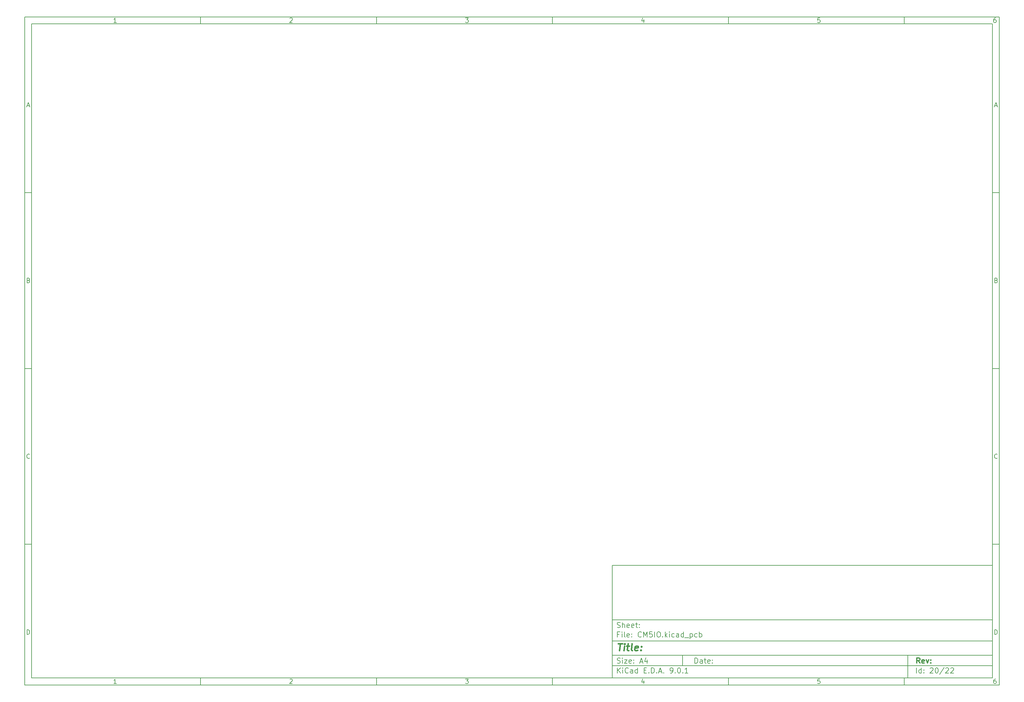
<source format=gbr>
G04 #@! TF.GenerationSoftware,KiCad,Pcbnew,9.0.1*
G04 #@! TF.CreationDate,2025-04-26T19:09:58-05:00*
G04 #@! TF.ProjectId,CM5IO,434d3549-4f2e-46b6-9963-61645f706362,rev?*
G04 #@! TF.SameCoordinates,Original*
G04 #@! TF.FileFunction,Other,User*
%FSLAX46Y46*%
G04 Gerber Fmt 4.6, Leading zero omitted, Abs format (unit mm)*
G04 Created by KiCad (PCBNEW 9.0.1) date 2025-04-26 19:09:58*
%MOMM*%
%LPD*%
G01*
G04 APERTURE LIST*
%ADD10C,0.100000*%
%ADD11C,0.150000*%
%ADD12C,0.300000*%
%ADD13C,0.400000*%
G04 APERTURE END LIST*
D10*
D11*
X177002200Y-166007200D02*
X285002200Y-166007200D01*
X285002200Y-198007200D01*
X177002200Y-198007200D01*
X177002200Y-166007200D01*
D10*
D11*
X10000000Y-10000000D02*
X287002200Y-10000000D01*
X287002200Y-200007200D01*
X10000000Y-200007200D01*
X10000000Y-10000000D01*
D10*
D11*
X12000000Y-12000000D02*
X285002200Y-12000000D01*
X285002200Y-198007200D01*
X12000000Y-198007200D01*
X12000000Y-12000000D01*
D10*
D11*
X60000000Y-12000000D02*
X60000000Y-10000000D01*
D10*
D11*
X110000000Y-12000000D02*
X110000000Y-10000000D01*
D10*
D11*
X160000000Y-12000000D02*
X160000000Y-10000000D01*
D10*
D11*
X210000000Y-12000000D02*
X210000000Y-10000000D01*
D10*
D11*
X260000000Y-12000000D02*
X260000000Y-10000000D01*
D10*
D11*
X36089160Y-11593604D02*
X35346303Y-11593604D01*
X35717731Y-11593604D02*
X35717731Y-10293604D01*
X35717731Y-10293604D02*
X35593922Y-10479319D01*
X35593922Y-10479319D02*
X35470112Y-10603128D01*
X35470112Y-10603128D02*
X35346303Y-10665033D01*
D10*
D11*
X85346303Y-10417414D02*
X85408207Y-10355509D01*
X85408207Y-10355509D02*
X85532017Y-10293604D01*
X85532017Y-10293604D02*
X85841541Y-10293604D01*
X85841541Y-10293604D02*
X85965350Y-10355509D01*
X85965350Y-10355509D02*
X86027255Y-10417414D01*
X86027255Y-10417414D02*
X86089160Y-10541223D01*
X86089160Y-10541223D02*
X86089160Y-10665033D01*
X86089160Y-10665033D02*
X86027255Y-10850747D01*
X86027255Y-10850747D02*
X85284398Y-11593604D01*
X85284398Y-11593604D02*
X86089160Y-11593604D01*
D10*
D11*
X135284398Y-10293604D02*
X136089160Y-10293604D01*
X136089160Y-10293604D02*
X135655826Y-10788842D01*
X135655826Y-10788842D02*
X135841541Y-10788842D01*
X135841541Y-10788842D02*
X135965350Y-10850747D01*
X135965350Y-10850747D02*
X136027255Y-10912652D01*
X136027255Y-10912652D02*
X136089160Y-11036461D01*
X136089160Y-11036461D02*
X136089160Y-11345985D01*
X136089160Y-11345985D02*
X136027255Y-11469795D01*
X136027255Y-11469795D02*
X135965350Y-11531700D01*
X135965350Y-11531700D02*
X135841541Y-11593604D01*
X135841541Y-11593604D02*
X135470112Y-11593604D01*
X135470112Y-11593604D02*
X135346303Y-11531700D01*
X135346303Y-11531700D02*
X135284398Y-11469795D01*
D10*
D11*
X185965350Y-10726938D02*
X185965350Y-11593604D01*
X185655826Y-10231700D02*
X185346303Y-11160271D01*
X185346303Y-11160271D02*
X186151064Y-11160271D01*
D10*
D11*
X236027255Y-10293604D02*
X235408207Y-10293604D01*
X235408207Y-10293604D02*
X235346303Y-10912652D01*
X235346303Y-10912652D02*
X235408207Y-10850747D01*
X235408207Y-10850747D02*
X235532017Y-10788842D01*
X235532017Y-10788842D02*
X235841541Y-10788842D01*
X235841541Y-10788842D02*
X235965350Y-10850747D01*
X235965350Y-10850747D02*
X236027255Y-10912652D01*
X236027255Y-10912652D02*
X236089160Y-11036461D01*
X236089160Y-11036461D02*
X236089160Y-11345985D01*
X236089160Y-11345985D02*
X236027255Y-11469795D01*
X236027255Y-11469795D02*
X235965350Y-11531700D01*
X235965350Y-11531700D02*
X235841541Y-11593604D01*
X235841541Y-11593604D02*
X235532017Y-11593604D01*
X235532017Y-11593604D02*
X235408207Y-11531700D01*
X235408207Y-11531700D02*
X235346303Y-11469795D01*
D10*
D11*
X285965350Y-10293604D02*
X285717731Y-10293604D01*
X285717731Y-10293604D02*
X285593922Y-10355509D01*
X285593922Y-10355509D02*
X285532017Y-10417414D01*
X285532017Y-10417414D02*
X285408207Y-10603128D01*
X285408207Y-10603128D02*
X285346303Y-10850747D01*
X285346303Y-10850747D02*
X285346303Y-11345985D01*
X285346303Y-11345985D02*
X285408207Y-11469795D01*
X285408207Y-11469795D02*
X285470112Y-11531700D01*
X285470112Y-11531700D02*
X285593922Y-11593604D01*
X285593922Y-11593604D02*
X285841541Y-11593604D01*
X285841541Y-11593604D02*
X285965350Y-11531700D01*
X285965350Y-11531700D02*
X286027255Y-11469795D01*
X286027255Y-11469795D02*
X286089160Y-11345985D01*
X286089160Y-11345985D02*
X286089160Y-11036461D01*
X286089160Y-11036461D02*
X286027255Y-10912652D01*
X286027255Y-10912652D02*
X285965350Y-10850747D01*
X285965350Y-10850747D02*
X285841541Y-10788842D01*
X285841541Y-10788842D02*
X285593922Y-10788842D01*
X285593922Y-10788842D02*
X285470112Y-10850747D01*
X285470112Y-10850747D02*
X285408207Y-10912652D01*
X285408207Y-10912652D02*
X285346303Y-11036461D01*
D10*
D11*
X60000000Y-198007200D02*
X60000000Y-200007200D01*
D10*
D11*
X110000000Y-198007200D02*
X110000000Y-200007200D01*
D10*
D11*
X160000000Y-198007200D02*
X160000000Y-200007200D01*
D10*
D11*
X210000000Y-198007200D02*
X210000000Y-200007200D01*
D10*
D11*
X260000000Y-198007200D02*
X260000000Y-200007200D01*
D10*
D11*
X36089160Y-199600804D02*
X35346303Y-199600804D01*
X35717731Y-199600804D02*
X35717731Y-198300804D01*
X35717731Y-198300804D02*
X35593922Y-198486519D01*
X35593922Y-198486519D02*
X35470112Y-198610328D01*
X35470112Y-198610328D02*
X35346303Y-198672233D01*
D10*
D11*
X85346303Y-198424614D02*
X85408207Y-198362709D01*
X85408207Y-198362709D02*
X85532017Y-198300804D01*
X85532017Y-198300804D02*
X85841541Y-198300804D01*
X85841541Y-198300804D02*
X85965350Y-198362709D01*
X85965350Y-198362709D02*
X86027255Y-198424614D01*
X86027255Y-198424614D02*
X86089160Y-198548423D01*
X86089160Y-198548423D02*
X86089160Y-198672233D01*
X86089160Y-198672233D02*
X86027255Y-198857947D01*
X86027255Y-198857947D02*
X85284398Y-199600804D01*
X85284398Y-199600804D02*
X86089160Y-199600804D01*
D10*
D11*
X135284398Y-198300804D02*
X136089160Y-198300804D01*
X136089160Y-198300804D02*
X135655826Y-198796042D01*
X135655826Y-198796042D02*
X135841541Y-198796042D01*
X135841541Y-198796042D02*
X135965350Y-198857947D01*
X135965350Y-198857947D02*
X136027255Y-198919852D01*
X136027255Y-198919852D02*
X136089160Y-199043661D01*
X136089160Y-199043661D02*
X136089160Y-199353185D01*
X136089160Y-199353185D02*
X136027255Y-199476995D01*
X136027255Y-199476995D02*
X135965350Y-199538900D01*
X135965350Y-199538900D02*
X135841541Y-199600804D01*
X135841541Y-199600804D02*
X135470112Y-199600804D01*
X135470112Y-199600804D02*
X135346303Y-199538900D01*
X135346303Y-199538900D02*
X135284398Y-199476995D01*
D10*
D11*
X185965350Y-198734138D02*
X185965350Y-199600804D01*
X185655826Y-198238900D02*
X185346303Y-199167471D01*
X185346303Y-199167471D02*
X186151064Y-199167471D01*
D10*
D11*
X236027255Y-198300804D02*
X235408207Y-198300804D01*
X235408207Y-198300804D02*
X235346303Y-198919852D01*
X235346303Y-198919852D02*
X235408207Y-198857947D01*
X235408207Y-198857947D02*
X235532017Y-198796042D01*
X235532017Y-198796042D02*
X235841541Y-198796042D01*
X235841541Y-198796042D02*
X235965350Y-198857947D01*
X235965350Y-198857947D02*
X236027255Y-198919852D01*
X236027255Y-198919852D02*
X236089160Y-199043661D01*
X236089160Y-199043661D02*
X236089160Y-199353185D01*
X236089160Y-199353185D02*
X236027255Y-199476995D01*
X236027255Y-199476995D02*
X235965350Y-199538900D01*
X235965350Y-199538900D02*
X235841541Y-199600804D01*
X235841541Y-199600804D02*
X235532017Y-199600804D01*
X235532017Y-199600804D02*
X235408207Y-199538900D01*
X235408207Y-199538900D02*
X235346303Y-199476995D01*
D10*
D11*
X285965350Y-198300804D02*
X285717731Y-198300804D01*
X285717731Y-198300804D02*
X285593922Y-198362709D01*
X285593922Y-198362709D02*
X285532017Y-198424614D01*
X285532017Y-198424614D02*
X285408207Y-198610328D01*
X285408207Y-198610328D02*
X285346303Y-198857947D01*
X285346303Y-198857947D02*
X285346303Y-199353185D01*
X285346303Y-199353185D02*
X285408207Y-199476995D01*
X285408207Y-199476995D02*
X285470112Y-199538900D01*
X285470112Y-199538900D02*
X285593922Y-199600804D01*
X285593922Y-199600804D02*
X285841541Y-199600804D01*
X285841541Y-199600804D02*
X285965350Y-199538900D01*
X285965350Y-199538900D02*
X286027255Y-199476995D01*
X286027255Y-199476995D02*
X286089160Y-199353185D01*
X286089160Y-199353185D02*
X286089160Y-199043661D01*
X286089160Y-199043661D02*
X286027255Y-198919852D01*
X286027255Y-198919852D02*
X285965350Y-198857947D01*
X285965350Y-198857947D02*
X285841541Y-198796042D01*
X285841541Y-198796042D02*
X285593922Y-198796042D01*
X285593922Y-198796042D02*
X285470112Y-198857947D01*
X285470112Y-198857947D02*
X285408207Y-198919852D01*
X285408207Y-198919852D02*
X285346303Y-199043661D01*
D10*
D11*
X10000000Y-60000000D02*
X12000000Y-60000000D01*
D10*
D11*
X10000000Y-110000000D02*
X12000000Y-110000000D01*
D10*
D11*
X10000000Y-160000000D02*
X12000000Y-160000000D01*
D10*
D11*
X10690476Y-35222176D02*
X11309523Y-35222176D01*
X10566666Y-35593604D02*
X10999999Y-34293604D01*
X10999999Y-34293604D02*
X11433333Y-35593604D01*
D10*
D11*
X11092857Y-84912652D02*
X11278571Y-84974557D01*
X11278571Y-84974557D02*
X11340476Y-85036461D01*
X11340476Y-85036461D02*
X11402380Y-85160271D01*
X11402380Y-85160271D02*
X11402380Y-85345985D01*
X11402380Y-85345985D02*
X11340476Y-85469795D01*
X11340476Y-85469795D02*
X11278571Y-85531700D01*
X11278571Y-85531700D02*
X11154761Y-85593604D01*
X11154761Y-85593604D02*
X10659523Y-85593604D01*
X10659523Y-85593604D02*
X10659523Y-84293604D01*
X10659523Y-84293604D02*
X11092857Y-84293604D01*
X11092857Y-84293604D02*
X11216666Y-84355509D01*
X11216666Y-84355509D02*
X11278571Y-84417414D01*
X11278571Y-84417414D02*
X11340476Y-84541223D01*
X11340476Y-84541223D02*
X11340476Y-84665033D01*
X11340476Y-84665033D02*
X11278571Y-84788842D01*
X11278571Y-84788842D02*
X11216666Y-84850747D01*
X11216666Y-84850747D02*
X11092857Y-84912652D01*
X11092857Y-84912652D02*
X10659523Y-84912652D01*
D10*
D11*
X11402380Y-135469795D02*
X11340476Y-135531700D01*
X11340476Y-135531700D02*
X11154761Y-135593604D01*
X11154761Y-135593604D02*
X11030952Y-135593604D01*
X11030952Y-135593604D02*
X10845238Y-135531700D01*
X10845238Y-135531700D02*
X10721428Y-135407890D01*
X10721428Y-135407890D02*
X10659523Y-135284080D01*
X10659523Y-135284080D02*
X10597619Y-135036461D01*
X10597619Y-135036461D02*
X10597619Y-134850747D01*
X10597619Y-134850747D02*
X10659523Y-134603128D01*
X10659523Y-134603128D02*
X10721428Y-134479319D01*
X10721428Y-134479319D02*
X10845238Y-134355509D01*
X10845238Y-134355509D02*
X11030952Y-134293604D01*
X11030952Y-134293604D02*
X11154761Y-134293604D01*
X11154761Y-134293604D02*
X11340476Y-134355509D01*
X11340476Y-134355509D02*
X11402380Y-134417414D01*
D10*
D11*
X10659523Y-185593604D02*
X10659523Y-184293604D01*
X10659523Y-184293604D02*
X10969047Y-184293604D01*
X10969047Y-184293604D02*
X11154761Y-184355509D01*
X11154761Y-184355509D02*
X11278571Y-184479319D01*
X11278571Y-184479319D02*
X11340476Y-184603128D01*
X11340476Y-184603128D02*
X11402380Y-184850747D01*
X11402380Y-184850747D02*
X11402380Y-185036461D01*
X11402380Y-185036461D02*
X11340476Y-185284080D01*
X11340476Y-185284080D02*
X11278571Y-185407890D01*
X11278571Y-185407890D02*
X11154761Y-185531700D01*
X11154761Y-185531700D02*
X10969047Y-185593604D01*
X10969047Y-185593604D02*
X10659523Y-185593604D01*
D10*
D11*
X287002200Y-60000000D02*
X285002200Y-60000000D01*
D10*
D11*
X287002200Y-110000000D02*
X285002200Y-110000000D01*
D10*
D11*
X287002200Y-160000000D02*
X285002200Y-160000000D01*
D10*
D11*
X285692676Y-35222176D02*
X286311723Y-35222176D01*
X285568866Y-35593604D02*
X286002199Y-34293604D01*
X286002199Y-34293604D02*
X286435533Y-35593604D01*
D10*
D11*
X286095057Y-84912652D02*
X286280771Y-84974557D01*
X286280771Y-84974557D02*
X286342676Y-85036461D01*
X286342676Y-85036461D02*
X286404580Y-85160271D01*
X286404580Y-85160271D02*
X286404580Y-85345985D01*
X286404580Y-85345985D02*
X286342676Y-85469795D01*
X286342676Y-85469795D02*
X286280771Y-85531700D01*
X286280771Y-85531700D02*
X286156961Y-85593604D01*
X286156961Y-85593604D02*
X285661723Y-85593604D01*
X285661723Y-85593604D02*
X285661723Y-84293604D01*
X285661723Y-84293604D02*
X286095057Y-84293604D01*
X286095057Y-84293604D02*
X286218866Y-84355509D01*
X286218866Y-84355509D02*
X286280771Y-84417414D01*
X286280771Y-84417414D02*
X286342676Y-84541223D01*
X286342676Y-84541223D02*
X286342676Y-84665033D01*
X286342676Y-84665033D02*
X286280771Y-84788842D01*
X286280771Y-84788842D02*
X286218866Y-84850747D01*
X286218866Y-84850747D02*
X286095057Y-84912652D01*
X286095057Y-84912652D02*
X285661723Y-84912652D01*
D10*
D11*
X286404580Y-135469795D02*
X286342676Y-135531700D01*
X286342676Y-135531700D02*
X286156961Y-135593604D01*
X286156961Y-135593604D02*
X286033152Y-135593604D01*
X286033152Y-135593604D02*
X285847438Y-135531700D01*
X285847438Y-135531700D02*
X285723628Y-135407890D01*
X285723628Y-135407890D02*
X285661723Y-135284080D01*
X285661723Y-135284080D02*
X285599819Y-135036461D01*
X285599819Y-135036461D02*
X285599819Y-134850747D01*
X285599819Y-134850747D02*
X285661723Y-134603128D01*
X285661723Y-134603128D02*
X285723628Y-134479319D01*
X285723628Y-134479319D02*
X285847438Y-134355509D01*
X285847438Y-134355509D02*
X286033152Y-134293604D01*
X286033152Y-134293604D02*
X286156961Y-134293604D01*
X286156961Y-134293604D02*
X286342676Y-134355509D01*
X286342676Y-134355509D02*
X286404580Y-134417414D01*
D10*
D11*
X285661723Y-185593604D02*
X285661723Y-184293604D01*
X285661723Y-184293604D02*
X285971247Y-184293604D01*
X285971247Y-184293604D02*
X286156961Y-184355509D01*
X286156961Y-184355509D02*
X286280771Y-184479319D01*
X286280771Y-184479319D02*
X286342676Y-184603128D01*
X286342676Y-184603128D02*
X286404580Y-184850747D01*
X286404580Y-184850747D02*
X286404580Y-185036461D01*
X286404580Y-185036461D02*
X286342676Y-185284080D01*
X286342676Y-185284080D02*
X286280771Y-185407890D01*
X286280771Y-185407890D02*
X286156961Y-185531700D01*
X286156961Y-185531700D02*
X285971247Y-185593604D01*
X285971247Y-185593604D02*
X285661723Y-185593604D01*
D10*
D11*
X200458026Y-193793328D02*
X200458026Y-192293328D01*
X200458026Y-192293328D02*
X200815169Y-192293328D01*
X200815169Y-192293328D02*
X201029455Y-192364757D01*
X201029455Y-192364757D02*
X201172312Y-192507614D01*
X201172312Y-192507614D02*
X201243741Y-192650471D01*
X201243741Y-192650471D02*
X201315169Y-192936185D01*
X201315169Y-192936185D02*
X201315169Y-193150471D01*
X201315169Y-193150471D02*
X201243741Y-193436185D01*
X201243741Y-193436185D02*
X201172312Y-193579042D01*
X201172312Y-193579042D02*
X201029455Y-193721900D01*
X201029455Y-193721900D02*
X200815169Y-193793328D01*
X200815169Y-193793328D02*
X200458026Y-193793328D01*
X202600884Y-193793328D02*
X202600884Y-193007614D01*
X202600884Y-193007614D02*
X202529455Y-192864757D01*
X202529455Y-192864757D02*
X202386598Y-192793328D01*
X202386598Y-192793328D02*
X202100884Y-192793328D01*
X202100884Y-192793328D02*
X201958026Y-192864757D01*
X202600884Y-193721900D02*
X202458026Y-193793328D01*
X202458026Y-193793328D02*
X202100884Y-193793328D01*
X202100884Y-193793328D02*
X201958026Y-193721900D01*
X201958026Y-193721900D02*
X201886598Y-193579042D01*
X201886598Y-193579042D02*
X201886598Y-193436185D01*
X201886598Y-193436185D02*
X201958026Y-193293328D01*
X201958026Y-193293328D02*
X202100884Y-193221900D01*
X202100884Y-193221900D02*
X202458026Y-193221900D01*
X202458026Y-193221900D02*
X202600884Y-193150471D01*
X203100884Y-192793328D02*
X203672312Y-192793328D01*
X203315169Y-192293328D02*
X203315169Y-193579042D01*
X203315169Y-193579042D02*
X203386598Y-193721900D01*
X203386598Y-193721900D02*
X203529455Y-193793328D01*
X203529455Y-193793328D02*
X203672312Y-193793328D01*
X204743741Y-193721900D02*
X204600884Y-193793328D01*
X204600884Y-193793328D02*
X204315170Y-193793328D01*
X204315170Y-193793328D02*
X204172312Y-193721900D01*
X204172312Y-193721900D02*
X204100884Y-193579042D01*
X204100884Y-193579042D02*
X204100884Y-193007614D01*
X204100884Y-193007614D02*
X204172312Y-192864757D01*
X204172312Y-192864757D02*
X204315170Y-192793328D01*
X204315170Y-192793328D02*
X204600884Y-192793328D01*
X204600884Y-192793328D02*
X204743741Y-192864757D01*
X204743741Y-192864757D02*
X204815170Y-193007614D01*
X204815170Y-193007614D02*
X204815170Y-193150471D01*
X204815170Y-193150471D02*
X204100884Y-193293328D01*
X205458026Y-193650471D02*
X205529455Y-193721900D01*
X205529455Y-193721900D02*
X205458026Y-193793328D01*
X205458026Y-193793328D02*
X205386598Y-193721900D01*
X205386598Y-193721900D02*
X205458026Y-193650471D01*
X205458026Y-193650471D02*
X205458026Y-193793328D01*
X205458026Y-192864757D02*
X205529455Y-192936185D01*
X205529455Y-192936185D02*
X205458026Y-193007614D01*
X205458026Y-193007614D02*
X205386598Y-192936185D01*
X205386598Y-192936185D02*
X205458026Y-192864757D01*
X205458026Y-192864757D02*
X205458026Y-193007614D01*
D10*
D11*
X177002200Y-194507200D02*
X285002200Y-194507200D01*
D10*
D11*
X178458026Y-196593328D02*
X178458026Y-195093328D01*
X179315169Y-196593328D02*
X178672312Y-195736185D01*
X179315169Y-195093328D02*
X178458026Y-195950471D01*
X179958026Y-196593328D02*
X179958026Y-195593328D01*
X179958026Y-195093328D02*
X179886598Y-195164757D01*
X179886598Y-195164757D02*
X179958026Y-195236185D01*
X179958026Y-195236185D02*
X180029455Y-195164757D01*
X180029455Y-195164757D02*
X179958026Y-195093328D01*
X179958026Y-195093328D02*
X179958026Y-195236185D01*
X181529455Y-196450471D02*
X181458027Y-196521900D01*
X181458027Y-196521900D02*
X181243741Y-196593328D01*
X181243741Y-196593328D02*
X181100884Y-196593328D01*
X181100884Y-196593328D02*
X180886598Y-196521900D01*
X180886598Y-196521900D02*
X180743741Y-196379042D01*
X180743741Y-196379042D02*
X180672312Y-196236185D01*
X180672312Y-196236185D02*
X180600884Y-195950471D01*
X180600884Y-195950471D02*
X180600884Y-195736185D01*
X180600884Y-195736185D02*
X180672312Y-195450471D01*
X180672312Y-195450471D02*
X180743741Y-195307614D01*
X180743741Y-195307614D02*
X180886598Y-195164757D01*
X180886598Y-195164757D02*
X181100884Y-195093328D01*
X181100884Y-195093328D02*
X181243741Y-195093328D01*
X181243741Y-195093328D02*
X181458027Y-195164757D01*
X181458027Y-195164757D02*
X181529455Y-195236185D01*
X182815170Y-196593328D02*
X182815170Y-195807614D01*
X182815170Y-195807614D02*
X182743741Y-195664757D01*
X182743741Y-195664757D02*
X182600884Y-195593328D01*
X182600884Y-195593328D02*
X182315170Y-195593328D01*
X182315170Y-195593328D02*
X182172312Y-195664757D01*
X182815170Y-196521900D02*
X182672312Y-196593328D01*
X182672312Y-196593328D02*
X182315170Y-196593328D01*
X182315170Y-196593328D02*
X182172312Y-196521900D01*
X182172312Y-196521900D02*
X182100884Y-196379042D01*
X182100884Y-196379042D02*
X182100884Y-196236185D01*
X182100884Y-196236185D02*
X182172312Y-196093328D01*
X182172312Y-196093328D02*
X182315170Y-196021900D01*
X182315170Y-196021900D02*
X182672312Y-196021900D01*
X182672312Y-196021900D02*
X182815170Y-195950471D01*
X184172313Y-196593328D02*
X184172313Y-195093328D01*
X184172313Y-196521900D02*
X184029455Y-196593328D01*
X184029455Y-196593328D02*
X183743741Y-196593328D01*
X183743741Y-196593328D02*
X183600884Y-196521900D01*
X183600884Y-196521900D02*
X183529455Y-196450471D01*
X183529455Y-196450471D02*
X183458027Y-196307614D01*
X183458027Y-196307614D02*
X183458027Y-195879042D01*
X183458027Y-195879042D02*
X183529455Y-195736185D01*
X183529455Y-195736185D02*
X183600884Y-195664757D01*
X183600884Y-195664757D02*
X183743741Y-195593328D01*
X183743741Y-195593328D02*
X184029455Y-195593328D01*
X184029455Y-195593328D02*
X184172313Y-195664757D01*
X186029455Y-195807614D02*
X186529455Y-195807614D01*
X186743741Y-196593328D02*
X186029455Y-196593328D01*
X186029455Y-196593328D02*
X186029455Y-195093328D01*
X186029455Y-195093328D02*
X186743741Y-195093328D01*
X187386598Y-196450471D02*
X187458027Y-196521900D01*
X187458027Y-196521900D02*
X187386598Y-196593328D01*
X187386598Y-196593328D02*
X187315170Y-196521900D01*
X187315170Y-196521900D02*
X187386598Y-196450471D01*
X187386598Y-196450471D02*
X187386598Y-196593328D01*
X188100884Y-196593328D02*
X188100884Y-195093328D01*
X188100884Y-195093328D02*
X188458027Y-195093328D01*
X188458027Y-195093328D02*
X188672313Y-195164757D01*
X188672313Y-195164757D02*
X188815170Y-195307614D01*
X188815170Y-195307614D02*
X188886599Y-195450471D01*
X188886599Y-195450471D02*
X188958027Y-195736185D01*
X188958027Y-195736185D02*
X188958027Y-195950471D01*
X188958027Y-195950471D02*
X188886599Y-196236185D01*
X188886599Y-196236185D02*
X188815170Y-196379042D01*
X188815170Y-196379042D02*
X188672313Y-196521900D01*
X188672313Y-196521900D02*
X188458027Y-196593328D01*
X188458027Y-196593328D02*
X188100884Y-196593328D01*
X189600884Y-196450471D02*
X189672313Y-196521900D01*
X189672313Y-196521900D02*
X189600884Y-196593328D01*
X189600884Y-196593328D02*
X189529456Y-196521900D01*
X189529456Y-196521900D02*
X189600884Y-196450471D01*
X189600884Y-196450471D02*
X189600884Y-196593328D01*
X190243742Y-196164757D02*
X190958028Y-196164757D01*
X190100885Y-196593328D02*
X190600885Y-195093328D01*
X190600885Y-195093328D02*
X191100885Y-196593328D01*
X191600884Y-196450471D02*
X191672313Y-196521900D01*
X191672313Y-196521900D02*
X191600884Y-196593328D01*
X191600884Y-196593328D02*
X191529456Y-196521900D01*
X191529456Y-196521900D02*
X191600884Y-196450471D01*
X191600884Y-196450471D02*
X191600884Y-196593328D01*
X193529456Y-196593328D02*
X193815170Y-196593328D01*
X193815170Y-196593328D02*
X193958027Y-196521900D01*
X193958027Y-196521900D02*
X194029456Y-196450471D01*
X194029456Y-196450471D02*
X194172313Y-196236185D01*
X194172313Y-196236185D02*
X194243742Y-195950471D01*
X194243742Y-195950471D02*
X194243742Y-195379042D01*
X194243742Y-195379042D02*
X194172313Y-195236185D01*
X194172313Y-195236185D02*
X194100885Y-195164757D01*
X194100885Y-195164757D02*
X193958027Y-195093328D01*
X193958027Y-195093328D02*
X193672313Y-195093328D01*
X193672313Y-195093328D02*
X193529456Y-195164757D01*
X193529456Y-195164757D02*
X193458027Y-195236185D01*
X193458027Y-195236185D02*
X193386599Y-195379042D01*
X193386599Y-195379042D02*
X193386599Y-195736185D01*
X193386599Y-195736185D02*
X193458027Y-195879042D01*
X193458027Y-195879042D02*
X193529456Y-195950471D01*
X193529456Y-195950471D02*
X193672313Y-196021900D01*
X193672313Y-196021900D02*
X193958027Y-196021900D01*
X193958027Y-196021900D02*
X194100885Y-195950471D01*
X194100885Y-195950471D02*
X194172313Y-195879042D01*
X194172313Y-195879042D02*
X194243742Y-195736185D01*
X194886598Y-196450471D02*
X194958027Y-196521900D01*
X194958027Y-196521900D02*
X194886598Y-196593328D01*
X194886598Y-196593328D02*
X194815170Y-196521900D01*
X194815170Y-196521900D02*
X194886598Y-196450471D01*
X194886598Y-196450471D02*
X194886598Y-196593328D01*
X195886599Y-195093328D02*
X196029456Y-195093328D01*
X196029456Y-195093328D02*
X196172313Y-195164757D01*
X196172313Y-195164757D02*
X196243742Y-195236185D01*
X196243742Y-195236185D02*
X196315170Y-195379042D01*
X196315170Y-195379042D02*
X196386599Y-195664757D01*
X196386599Y-195664757D02*
X196386599Y-196021900D01*
X196386599Y-196021900D02*
X196315170Y-196307614D01*
X196315170Y-196307614D02*
X196243742Y-196450471D01*
X196243742Y-196450471D02*
X196172313Y-196521900D01*
X196172313Y-196521900D02*
X196029456Y-196593328D01*
X196029456Y-196593328D02*
X195886599Y-196593328D01*
X195886599Y-196593328D02*
X195743742Y-196521900D01*
X195743742Y-196521900D02*
X195672313Y-196450471D01*
X195672313Y-196450471D02*
X195600884Y-196307614D01*
X195600884Y-196307614D02*
X195529456Y-196021900D01*
X195529456Y-196021900D02*
X195529456Y-195664757D01*
X195529456Y-195664757D02*
X195600884Y-195379042D01*
X195600884Y-195379042D02*
X195672313Y-195236185D01*
X195672313Y-195236185D02*
X195743742Y-195164757D01*
X195743742Y-195164757D02*
X195886599Y-195093328D01*
X197029455Y-196450471D02*
X197100884Y-196521900D01*
X197100884Y-196521900D02*
X197029455Y-196593328D01*
X197029455Y-196593328D02*
X196958027Y-196521900D01*
X196958027Y-196521900D02*
X197029455Y-196450471D01*
X197029455Y-196450471D02*
X197029455Y-196593328D01*
X198529456Y-196593328D02*
X197672313Y-196593328D01*
X198100884Y-196593328D02*
X198100884Y-195093328D01*
X198100884Y-195093328D02*
X197958027Y-195307614D01*
X197958027Y-195307614D02*
X197815170Y-195450471D01*
X197815170Y-195450471D02*
X197672313Y-195521900D01*
D10*
D11*
X177002200Y-191507200D02*
X285002200Y-191507200D01*
D10*
D12*
X264413853Y-193785528D02*
X263913853Y-193071242D01*
X263556710Y-193785528D02*
X263556710Y-192285528D01*
X263556710Y-192285528D02*
X264128139Y-192285528D01*
X264128139Y-192285528D02*
X264270996Y-192356957D01*
X264270996Y-192356957D02*
X264342425Y-192428385D01*
X264342425Y-192428385D02*
X264413853Y-192571242D01*
X264413853Y-192571242D02*
X264413853Y-192785528D01*
X264413853Y-192785528D02*
X264342425Y-192928385D01*
X264342425Y-192928385D02*
X264270996Y-192999814D01*
X264270996Y-192999814D02*
X264128139Y-193071242D01*
X264128139Y-193071242D02*
X263556710Y-193071242D01*
X265628139Y-193714100D02*
X265485282Y-193785528D01*
X265485282Y-193785528D02*
X265199568Y-193785528D01*
X265199568Y-193785528D02*
X265056710Y-193714100D01*
X265056710Y-193714100D02*
X264985282Y-193571242D01*
X264985282Y-193571242D02*
X264985282Y-192999814D01*
X264985282Y-192999814D02*
X265056710Y-192856957D01*
X265056710Y-192856957D02*
X265199568Y-192785528D01*
X265199568Y-192785528D02*
X265485282Y-192785528D01*
X265485282Y-192785528D02*
X265628139Y-192856957D01*
X265628139Y-192856957D02*
X265699568Y-192999814D01*
X265699568Y-192999814D02*
X265699568Y-193142671D01*
X265699568Y-193142671D02*
X264985282Y-193285528D01*
X266199567Y-192785528D02*
X266556710Y-193785528D01*
X266556710Y-193785528D02*
X266913853Y-192785528D01*
X267485281Y-193642671D02*
X267556710Y-193714100D01*
X267556710Y-193714100D02*
X267485281Y-193785528D01*
X267485281Y-193785528D02*
X267413853Y-193714100D01*
X267413853Y-193714100D02*
X267485281Y-193642671D01*
X267485281Y-193642671D02*
X267485281Y-193785528D01*
X267485281Y-192856957D02*
X267556710Y-192928385D01*
X267556710Y-192928385D02*
X267485281Y-192999814D01*
X267485281Y-192999814D02*
X267413853Y-192928385D01*
X267413853Y-192928385D02*
X267485281Y-192856957D01*
X267485281Y-192856957D02*
X267485281Y-192999814D01*
D10*
D11*
X178386598Y-193721900D02*
X178600884Y-193793328D01*
X178600884Y-193793328D02*
X178958026Y-193793328D01*
X178958026Y-193793328D02*
X179100884Y-193721900D01*
X179100884Y-193721900D02*
X179172312Y-193650471D01*
X179172312Y-193650471D02*
X179243741Y-193507614D01*
X179243741Y-193507614D02*
X179243741Y-193364757D01*
X179243741Y-193364757D02*
X179172312Y-193221900D01*
X179172312Y-193221900D02*
X179100884Y-193150471D01*
X179100884Y-193150471D02*
X178958026Y-193079042D01*
X178958026Y-193079042D02*
X178672312Y-193007614D01*
X178672312Y-193007614D02*
X178529455Y-192936185D01*
X178529455Y-192936185D02*
X178458026Y-192864757D01*
X178458026Y-192864757D02*
X178386598Y-192721900D01*
X178386598Y-192721900D02*
X178386598Y-192579042D01*
X178386598Y-192579042D02*
X178458026Y-192436185D01*
X178458026Y-192436185D02*
X178529455Y-192364757D01*
X178529455Y-192364757D02*
X178672312Y-192293328D01*
X178672312Y-192293328D02*
X179029455Y-192293328D01*
X179029455Y-192293328D02*
X179243741Y-192364757D01*
X179886597Y-193793328D02*
X179886597Y-192793328D01*
X179886597Y-192293328D02*
X179815169Y-192364757D01*
X179815169Y-192364757D02*
X179886597Y-192436185D01*
X179886597Y-192436185D02*
X179958026Y-192364757D01*
X179958026Y-192364757D02*
X179886597Y-192293328D01*
X179886597Y-192293328D02*
X179886597Y-192436185D01*
X180458026Y-192793328D02*
X181243741Y-192793328D01*
X181243741Y-192793328D02*
X180458026Y-193793328D01*
X180458026Y-193793328D02*
X181243741Y-193793328D01*
X182386598Y-193721900D02*
X182243741Y-193793328D01*
X182243741Y-193793328D02*
X181958027Y-193793328D01*
X181958027Y-193793328D02*
X181815169Y-193721900D01*
X181815169Y-193721900D02*
X181743741Y-193579042D01*
X181743741Y-193579042D02*
X181743741Y-193007614D01*
X181743741Y-193007614D02*
X181815169Y-192864757D01*
X181815169Y-192864757D02*
X181958027Y-192793328D01*
X181958027Y-192793328D02*
X182243741Y-192793328D01*
X182243741Y-192793328D02*
X182386598Y-192864757D01*
X182386598Y-192864757D02*
X182458027Y-193007614D01*
X182458027Y-193007614D02*
X182458027Y-193150471D01*
X182458027Y-193150471D02*
X181743741Y-193293328D01*
X183100883Y-193650471D02*
X183172312Y-193721900D01*
X183172312Y-193721900D02*
X183100883Y-193793328D01*
X183100883Y-193793328D02*
X183029455Y-193721900D01*
X183029455Y-193721900D02*
X183100883Y-193650471D01*
X183100883Y-193650471D02*
X183100883Y-193793328D01*
X183100883Y-192864757D02*
X183172312Y-192936185D01*
X183172312Y-192936185D02*
X183100883Y-193007614D01*
X183100883Y-193007614D02*
X183029455Y-192936185D01*
X183029455Y-192936185D02*
X183100883Y-192864757D01*
X183100883Y-192864757D02*
X183100883Y-193007614D01*
X184886598Y-193364757D02*
X185600884Y-193364757D01*
X184743741Y-193793328D02*
X185243741Y-192293328D01*
X185243741Y-192293328D02*
X185743741Y-193793328D01*
X186886598Y-192793328D02*
X186886598Y-193793328D01*
X186529455Y-192221900D02*
X186172312Y-193293328D01*
X186172312Y-193293328D02*
X187100883Y-193293328D01*
D10*
D11*
X263458026Y-196593328D02*
X263458026Y-195093328D01*
X264815170Y-196593328D02*
X264815170Y-195093328D01*
X264815170Y-196521900D02*
X264672312Y-196593328D01*
X264672312Y-196593328D02*
X264386598Y-196593328D01*
X264386598Y-196593328D02*
X264243741Y-196521900D01*
X264243741Y-196521900D02*
X264172312Y-196450471D01*
X264172312Y-196450471D02*
X264100884Y-196307614D01*
X264100884Y-196307614D02*
X264100884Y-195879042D01*
X264100884Y-195879042D02*
X264172312Y-195736185D01*
X264172312Y-195736185D02*
X264243741Y-195664757D01*
X264243741Y-195664757D02*
X264386598Y-195593328D01*
X264386598Y-195593328D02*
X264672312Y-195593328D01*
X264672312Y-195593328D02*
X264815170Y-195664757D01*
X265529455Y-196450471D02*
X265600884Y-196521900D01*
X265600884Y-196521900D02*
X265529455Y-196593328D01*
X265529455Y-196593328D02*
X265458027Y-196521900D01*
X265458027Y-196521900D02*
X265529455Y-196450471D01*
X265529455Y-196450471D02*
X265529455Y-196593328D01*
X265529455Y-195664757D02*
X265600884Y-195736185D01*
X265600884Y-195736185D02*
X265529455Y-195807614D01*
X265529455Y-195807614D02*
X265458027Y-195736185D01*
X265458027Y-195736185D02*
X265529455Y-195664757D01*
X265529455Y-195664757D02*
X265529455Y-195807614D01*
X267315170Y-195236185D02*
X267386598Y-195164757D01*
X267386598Y-195164757D02*
X267529456Y-195093328D01*
X267529456Y-195093328D02*
X267886598Y-195093328D01*
X267886598Y-195093328D02*
X268029456Y-195164757D01*
X268029456Y-195164757D02*
X268100884Y-195236185D01*
X268100884Y-195236185D02*
X268172313Y-195379042D01*
X268172313Y-195379042D02*
X268172313Y-195521900D01*
X268172313Y-195521900D02*
X268100884Y-195736185D01*
X268100884Y-195736185D02*
X267243741Y-196593328D01*
X267243741Y-196593328D02*
X268172313Y-196593328D01*
X269100884Y-195093328D02*
X269243741Y-195093328D01*
X269243741Y-195093328D02*
X269386598Y-195164757D01*
X269386598Y-195164757D02*
X269458027Y-195236185D01*
X269458027Y-195236185D02*
X269529455Y-195379042D01*
X269529455Y-195379042D02*
X269600884Y-195664757D01*
X269600884Y-195664757D02*
X269600884Y-196021900D01*
X269600884Y-196021900D02*
X269529455Y-196307614D01*
X269529455Y-196307614D02*
X269458027Y-196450471D01*
X269458027Y-196450471D02*
X269386598Y-196521900D01*
X269386598Y-196521900D02*
X269243741Y-196593328D01*
X269243741Y-196593328D02*
X269100884Y-196593328D01*
X269100884Y-196593328D02*
X268958027Y-196521900D01*
X268958027Y-196521900D02*
X268886598Y-196450471D01*
X268886598Y-196450471D02*
X268815169Y-196307614D01*
X268815169Y-196307614D02*
X268743741Y-196021900D01*
X268743741Y-196021900D02*
X268743741Y-195664757D01*
X268743741Y-195664757D02*
X268815169Y-195379042D01*
X268815169Y-195379042D02*
X268886598Y-195236185D01*
X268886598Y-195236185D02*
X268958027Y-195164757D01*
X268958027Y-195164757D02*
X269100884Y-195093328D01*
X271315169Y-195021900D02*
X270029455Y-196950471D01*
X271743741Y-195236185D02*
X271815169Y-195164757D01*
X271815169Y-195164757D02*
X271958027Y-195093328D01*
X271958027Y-195093328D02*
X272315169Y-195093328D01*
X272315169Y-195093328D02*
X272458027Y-195164757D01*
X272458027Y-195164757D02*
X272529455Y-195236185D01*
X272529455Y-195236185D02*
X272600884Y-195379042D01*
X272600884Y-195379042D02*
X272600884Y-195521900D01*
X272600884Y-195521900D02*
X272529455Y-195736185D01*
X272529455Y-195736185D02*
X271672312Y-196593328D01*
X271672312Y-196593328D02*
X272600884Y-196593328D01*
X273172312Y-195236185D02*
X273243740Y-195164757D01*
X273243740Y-195164757D02*
X273386598Y-195093328D01*
X273386598Y-195093328D02*
X273743740Y-195093328D01*
X273743740Y-195093328D02*
X273886598Y-195164757D01*
X273886598Y-195164757D02*
X273958026Y-195236185D01*
X273958026Y-195236185D02*
X274029455Y-195379042D01*
X274029455Y-195379042D02*
X274029455Y-195521900D01*
X274029455Y-195521900D02*
X273958026Y-195736185D01*
X273958026Y-195736185D02*
X273100883Y-196593328D01*
X273100883Y-196593328D02*
X274029455Y-196593328D01*
D10*
D11*
X177002200Y-187507200D02*
X285002200Y-187507200D01*
D10*
D13*
X178693928Y-188211638D02*
X179836785Y-188211638D01*
X179015357Y-190211638D02*
X179265357Y-188211638D01*
X180253452Y-190211638D02*
X180420119Y-188878304D01*
X180503452Y-188211638D02*
X180396309Y-188306876D01*
X180396309Y-188306876D02*
X180479643Y-188402114D01*
X180479643Y-188402114D02*
X180586786Y-188306876D01*
X180586786Y-188306876D02*
X180503452Y-188211638D01*
X180503452Y-188211638D02*
X180479643Y-188402114D01*
X181086786Y-188878304D02*
X181848690Y-188878304D01*
X181455833Y-188211638D02*
X181241548Y-189925923D01*
X181241548Y-189925923D02*
X181312976Y-190116400D01*
X181312976Y-190116400D02*
X181491548Y-190211638D01*
X181491548Y-190211638D02*
X181682024Y-190211638D01*
X182634405Y-190211638D02*
X182455833Y-190116400D01*
X182455833Y-190116400D02*
X182384405Y-189925923D01*
X182384405Y-189925923D02*
X182598690Y-188211638D01*
X184170119Y-190116400D02*
X183967738Y-190211638D01*
X183967738Y-190211638D02*
X183586785Y-190211638D01*
X183586785Y-190211638D02*
X183408214Y-190116400D01*
X183408214Y-190116400D02*
X183336785Y-189925923D01*
X183336785Y-189925923D02*
X183432024Y-189164019D01*
X183432024Y-189164019D02*
X183551071Y-188973542D01*
X183551071Y-188973542D02*
X183753452Y-188878304D01*
X183753452Y-188878304D02*
X184134404Y-188878304D01*
X184134404Y-188878304D02*
X184312976Y-188973542D01*
X184312976Y-188973542D02*
X184384404Y-189164019D01*
X184384404Y-189164019D02*
X184360595Y-189354495D01*
X184360595Y-189354495D02*
X183384404Y-189544971D01*
X185134405Y-190021161D02*
X185217738Y-190116400D01*
X185217738Y-190116400D02*
X185110595Y-190211638D01*
X185110595Y-190211638D02*
X185027262Y-190116400D01*
X185027262Y-190116400D02*
X185134405Y-190021161D01*
X185134405Y-190021161D02*
X185110595Y-190211638D01*
X185265357Y-188973542D02*
X185348690Y-189068780D01*
X185348690Y-189068780D02*
X185241548Y-189164019D01*
X185241548Y-189164019D02*
X185158214Y-189068780D01*
X185158214Y-189068780D02*
X185265357Y-188973542D01*
X185265357Y-188973542D02*
X185241548Y-189164019D01*
D10*
D11*
X178958026Y-185607614D02*
X178458026Y-185607614D01*
X178458026Y-186393328D02*
X178458026Y-184893328D01*
X178458026Y-184893328D02*
X179172312Y-184893328D01*
X179743740Y-186393328D02*
X179743740Y-185393328D01*
X179743740Y-184893328D02*
X179672312Y-184964757D01*
X179672312Y-184964757D02*
X179743740Y-185036185D01*
X179743740Y-185036185D02*
X179815169Y-184964757D01*
X179815169Y-184964757D02*
X179743740Y-184893328D01*
X179743740Y-184893328D02*
X179743740Y-185036185D01*
X180672312Y-186393328D02*
X180529455Y-186321900D01*
X180529455Y-186321900D02*
X180458026Y-186179042D01*
X180458026Y-186179042D02*
X180458026Y-184893328D01*
X181815169Y-186321900D02*
X181672312Y-186393328D01*
X181672312Y-186393328D02*
X181386598Y-186393328D01*
X181386598Y-186393328D02*
X181243740Y-186321900D01*
X181243740Y-186321900D02*
X181172312Y-186179042D01*
X181172312Y-186179042D02*
X181172312Y-185607614D01*
X181172312Y-185607614D02*
X181243740Y-185464757D01*
X181243740Y-185464757D02*
X181386598Y-185393328D01*
X181386598Y-185393328D02*
X181672312Y-185393328D01*
X181672312Y-185393328D02*
X181815169Y-185464757D01*
X181815169Y-185464757D02*
X181886598Y-185607614D01*
X181886598Y-185607614D02*
X181886598Y-185750471D01*
X181886598Y-185750471D02*
X181172312Y-185893328D01*
X182529454Y-186250471D02*
X182600883Y-186321900D01*
X182600883Y-186321900D02*
X182529454Y-186393328D01*
X182529454Y-186393328D02*
X182458026Y-186321900D01*
X182458026Y-186321900D02*
X182529454Y-186250471D01*
X182529454Y-186250471D02*
X182529454Y-186393328D01*
X182529454Y-185464757D02*
X182600883Y-185536185D01*
X182600883Y-185536185D02*
X182529454Y-185607614D01*
X182529454Y-185607614D02*
X182458026Y-185536185D01*
X182458026Y-185536185D02*
X182529454Y-185464757D01*
X182529454Y-185464757D02*
X182529454Y-185607614D01*
X185243740Y-186250471D02*
X185172312Y-186321900D01*
X185172312Y-186321900D02*
X184958026Y-186393328D01*
X184958026Y-186393328D02*
X184815169Y-186393328D01*
X184815169Y-186393328D02*
X184600883Y-186321900D01*
X184600883Y-186321900D02*
X184458026Y-186179042D01*
X184458026Y-186179042D02*
X184386597Y-186036185D01*
X184386597Y-186036185D02*
X184315169Y-185750471D01*
X184315169Y-185750471D02*
X184315169Y-185536185D01*
X184315169Y-185536185D02*
X184386597Y-185250471D01*
X184386597Y-185250471D02*
X184458026Y-185107614D01*
X184458026Y-185107614D02*
X184600883Y-184964757D01*
X184600883Y-184964757D02*
X184815169Y-184893328D01*
X184815169Y-184893328D02*
X184958026Y-184893328D01*
X184958026Y-184893328D02*
X185172312Y-184964757D01*
X185172312Y-184964757D02*
X185243740Y-185036185D01*
X185886597Y-186393328D02*
X185886597Y-184893328D01*
X185886597Y-184893328D02*
X186386597Y-185964757D01*
X186386597Y-185964757D02*
X186886597Y-184893328D01*
X186886597Y-184893328D02*
X186886597Y-186393328D01*
X188315169Y-184893328D02*
X187600883Y-184893328D01*
X187600883Y-184893328D02*
X187529455Y-185607614D01*
X187529455Y-185607614D02*
X187600883Y-185536185D01*
X187600883Y-185536185D02*
X187743741Y-185464757D01*
X187743741Y-185464757D02*
X188100883Y-185464757D01*
X188100883Y-185464757D02*
X188243741Y-185536185D01*
X188243741Y-185536185D02*
X188315169Y-185607614D01*
X188315169Y-185607614D02*
X188386598Y-185750471D01*
X188386598Y-185750471D02*
X188386598Y-186107614D01*
X188386598Y-186107614D02*
X188315169Y-186250471D01*
X188315169Y-186250471D02*
X188243741Y-186321900D01*
X188243741Y-186321900D02*
X188100883Y-186393328D01*
X188100883Y-186393328D02*
X187743741Y-186393328D01*
X187743741Y-186393328D02*
X187600883Y-186321900D01*
X187600883Y-186321900D02*
X187529455Y-186250471D01*
X189029454Y-186393328D02*
X189029454Y-184893328D01*
X190029455Y-184893328D02*
X190315169Y-184893328D01*
X190315169Y-184893328D02*
X190458026Y-184964757D01*
X190458026Y-184964757D02*
X190600883Y-185107614D01*
X190600883Y-185107614D02*
X190672312Y-185393328D01*
X190672312Y-185393328D02*
X190672312Y-185893328D01*
X190672312Y-185893328D02*
X190600883Y-186179042D01*
X190600883Y-186179042D02*
X190458026Y-186321900D01*
X190458026Y-186321900D02*
X190315169Y-186393328D01*
X190315169Y-186393328D02*
X190029455Y-186393328D01*
X190029455Y-186393328D02*
X189886598Y-186321900D01*
X189886598Y-186321900D02*
X189743740Y-186179042D01*
X189743740Y-186179042D02*
X189672312Y-185893328D01*
X189672312Y-185893328D02*
X189672312Y-185393328D01*
X189672312Y-185393328D02*
X189743740Y-185107614D01*
X189743740Y-185107614D02*
X189886598Y-184964757D01*
X189886598Y-184964757D02*
X190029455Y-184893328D01*
X191315169Y-186250471D02*
X191386598Y-186321900D01*
X191386598Y-186321900D02*
X191315169Y-186393328D01*
X191315169Y-186393328D02*
X191243741Y-186321900D01*
X191243741Y-186321900D02*
X191315169Y-186250471D01*
X191315169Y-186250471D02*
X191315169Y-186393328D01*
X192029455Y-186393328D02*
X192029455Y-184893328D01*
X192172313Y-185821900D02*
X192600884Y-186393328D01*
X192600884Y-185393328D02*
X192029455Y-185964757D01*
X193243741Y-186393328D02*
X193243741Y-185393328D01*
X193243741Y-184893328D02*
X193172313Y-184964757D01*
X193172313Y-184964757D02*
X193243741Y-185036185D01*
X193243741Y-185036185D02*
X193315170Y-184964757D01*
X193315170Y-184964757D02*
X193243741Y-184893328D01*
X193243741Y-184893328D02*
X193243741Y-185036185D01*
X194600885Y-186321900D02*
X194458027Y-186393328D01*
X194458027Y-186393328D02*
X194172313Y-186393328D01*
X194172313Y-186393328D02*
X194029456Y-186321900D01*
X194029456Y-186321900D02*
X193958027Y-186250471D01*
X193958027Y-186250471D02*
X193886599Y-186107614D01*
X193886599Y-186107614D02*
X193886599Y-185679042D01*
X193886599Y-185679042D02*
X193958027Y-185536185D01*
X193958027Y-185536185D02*
X194029456Y-185464757D01*
X194029456Y-185464757D02*
X194172313Y-185393328D01*
X194172313Y-185393328D02*
X194458027Y-185393328D01*
X194458027Y-185393328D02*
X194600885Y-185464757D01*
X195886599Y-186393328D02*
X195886599Y-185607614D01*
X195886599Y-185607614D02*
X195815170Y-185464757D01*
X195815170Y-185464757D02*
X195672313Y-185393328D01*
X195672313Y-185393328D02*
X195386599Y-185393328D01*
X195386599Y-185393328D02*
X195243741Y-185464757D01*
X195886599Y-186321900D02*
X195743741Y-186393328D01*
X195743741Y-186393328D02*
X195386599Y-186393328D01*
X195386599Y-186393328D02*
X195243741Y-186321900D01*
X195243741Y-186321900D02*
X195172313Y-186179042D01*
X195172313Y-186179042D02*
X195172313Y-186036185D01*
X195172313Y-186036185D02*
X195243741Y-185893328D01*
X195243741Y-185893328D02*
X195386599Y-185821900D01*
X195386599Y-185821900D02*
X195743741Y-185821900D01*
X195743741Y-185821900D02*
X195886599Y-185750471D01*
X197243742Y-186393328D02*
X197243742Y-184893328D01*
X197243742Y-186321900D02*
X197100884Y-186393328D01*
X197100884Y-186393328D02*
X196815170Y-186393328D01*
X196815170Y-186393328D02*
X196672313Y-186321900D01*
X196672313Y-186321900D02*
X196600884Y-186250471D01*
X196600884Y-186250471D02*
X196529456Y-186107614D01*
X196529456Y-186107614D02*
X196529456Y-185679042D01*
X196529456Y-185679042D02*
X196600884Y-185536185D01*
X196600884Y-185536185D02*
X196672313Y-185464757D01*
X196672313Y-185464757D02*
X196815170Y-185393328D01*
X196815170Y-185393328D02*
X197100884Y-185393328D01*
X197100884Y-185393328D02*
X197243742Y-185464757D01*
X197600885Y-186536185D02*
X198743742Y-186536185D01*
X199100884Y-185393328D02*
X199100884Y-186893328D01*
X199100884Y-185464757D02*
X199243742Y-185393328D01*
X199243742Y-185393328D02*
X199529456Y-185393328D01*
X199529456Y-185393328D02*
X199672313Y-185464757D01*
X199672313Y-185464757D02*
X199743742Y-185536185D01*
X199743742Y-185536185D02*
X199815170Y-185679042D01*
X199815170Y-185679042D02*
X199815170Y-186107614D01*
X199815170Y-186107614D02*
X199743742Y-186250471D01*
X199743742Y-186250471D02*
X199672313Y-186321900D01*
X199672313Y-186321900D02*
X199529456Y-186393328D01*
X199529456Y-186393328D02*
X199243742Y-186393328D01*
X199243742Y-186393328D02*
X199100884Y-186321900D01*
X201100885Y-186321900D02*
X200958027Y-186393328D01*
X200958027Y-186393328D02*
X200672313Y-186393328D01*
X200672313Y-186393328D02*
X200529456Y-186321900D01*
X200529456Y-186321900D02*
X200458027Y-186250471D01*
X200458027Y-186250471D02*
X200386599Y-186107614D01*
X200386599Y-186107614D02*
X200386599Y-185679042D01*
X200386599Y-185679042D02*
X200458027Y-185536185D01*
X200458027Y-185536185D02*
X200529456Y-185464757D01*
X200529456Y-185464757D02*
X200672313Y-185393328D01*
X200672313Y-185393328D02*
X200958027Y-185393328D01*
X200958027Y-185393328D02*
X201100885Y-185464757D01*
X201743741Y-186393328D02*
X201743741Y-184893328D01*
X201743741Y-185464757D02*
X201886599Y-185393328D01*
X201886599Y-185393328D02*
X202172313Y-185393328D01*
X202172313Y-185393328D02*
X202315170Y-185464757D01*
X202315170Y-185464757D02*
X202386599Y-185536185D01*
X202386599Y-185536185D02*
X202458027Y-185679042D01*
X202458027Y-185679042D02*
X202458027Y-186107614D01*
X202458027Y-186107614D02*
X202386599Y-186250471D01*
X202386599Y-186250471D02*
X202315170Y-186321900D01*
X202315170Y-186321900D02*
X202172313Y-186393328D01*
X202172313Y-186393328D02*
X201886599Y-186393328D01*
X201886599Y-186393328D02*
X201743741Y-186321900D01*
D10*
D11*
X177002200Y-181507200D02*
X285002200Y-181507200D01*
D10*
D11*
X178386598Y-183621900D02*
X178600884Y-183693328D01*
X178600884Y-183693328D02*
X178958026Y-183693328D01*
X178958026Y-183693328D02*
X179100884Y-183621900D01*
X179100884Y-183621900D02*
X179172312Y-183550471D01*
X179172312Y-183550471D02*
X179243741Y-183407614D01*
X179243741Y-183407614D02*
X179243741Y-183264757D01*
X179243741Y-183264757D02*
X179172312Y-183121900D01*
X179172312Y-183121900D02*
X179100884Y-183050471D01*
X179100884Y-183050471D02*
X178958026Y-182979042D01*
X178958026Y-182979042D02*
X178672312Y-182907614D01*
X178672312Y-182907614D02*
X178529455Y-182836185D01*
X178529455Y-182836185D02*
X178458026Y-182764757D01*
X178458026Y-182764757D02*
X178386598Y-182621900D01*
X178386598Y-182621900D02*
X178386598Y-182479042D01*
X178386598Y-182479042D02*
X178458026Y-182336185D01*
X178458026Y-182336185D02*
X178529455Y-182264757D01*
X178529455Y-182264757D02*
X178672312Y-182193328D01*
X178672312Y-182193328D02*
X179029455Y-182193328D01*
X179029455Y-182193328D02*
X179243741Y-182264757D01*
X179886597Y-183693328D02*
X179886597Y-182193328D01*
X180529455Y-183693328D02*
X180529455Y-182907614D01*
X180529455Y-182907614D02*
X180458026Y-182764757D01*
X180458026Y-182764757D02*
X180315169Y-182693328D01*
X180315169Y-182693328D02*
X180100883Y-182693328D01*
X180100883Y-182693328D02*
X179958026Y-182764757D01*
X179958026Y-182764757D02*
X179886597Y-182836185D01*
X181815169Y-183621900D02*
X181672312Y-183693328D01*
X181672312Y-183693328D02*
X181386598Y-183693328D01*
X181386598Y-183693328D02*
X181243740Y-183621900D01*
X181243740Y-183621900D02*
X181172312Y-183479042D01*
X181172312Y-183479042D02*
X181172312Y-182907614D01*
X181172312Y-182907614D02*
X181243740Y-182764757D01*
X181243740Y-182764757D02*
X181386598Y-182693328D01*
X181386598Y-182693328D02*
X181672312Y-182693328D01*
X181672312Y-182693328D02*
X181815169Y-182764757D01*
X181815169Y-182764757D02*
X181886598Y-182907614D01*
X181886598Y-182907614D02*
X181886598Y-183050471D01*
X181886598Y-183050471D02*
X181172312Y-183193328D01*
X183100883Y-183621900D02*
X182958026Y-183693328D01*
X182958026Y-183693328D02*
X182672312Y-183693328D01*
X182672312Y-183693328D02*
X182529454Y-183621900D01*
X182529454Y-183621900D02*
X182458026Y-183479042D01*
X182458026Y-183479042D02*
X182458026Y-182907614D01*
X182458026Y-182907614D02*
X182529454Y-182764757D01*
X182529454Y-182764757D02*
X182672312Y-182693328D01*
X182672312Y-182693328D02*
X182958026Y-182693328D01*
X182958026Y-182693328D02*
X183100883Y-182764757D01*
X183100883Y-182764757D02*
X183172312Y-182907614D01*
X183172312Y-182907614D02*
X183172312Y-183050471D01*
X183172312Y-183050471D02*
X182458026Y-183193328D01*
X183600883Y-182693328D02*
X184172311Y-182693328D01*
X183815168Y-182193328D02*
X183815168Y-183479042D01*
X183815168Y-183479042D02*
X183886597Y-183621900D01*
X183886597Y-183621900D02*
X184029454Y-183693328D01*
X184029454Y-183693328D02*
X184172311Y-183693328D01*
X184672311Y-183550471D02*
X184743740Y-183621900D01*
X184743740Y-183621900D02*
X184672311Y-183693328D01*
X184672311Y-183693328D02*
X184600883Y-183621900D01*
X184600883Y-183621900D02*
X184672311Y-183550471D01*
X184672311Y-183550471D02*
X184672311Y-183693328D01*
X184672311Y-182764757D02*
X184743740Y-182836185D01*
X184743740Y-182836185D02*
X184672311Y-182907614D01*
X184672311Y-182907614D02*
X184600883Y-182836185D01*
X184600883Y-182836185D02*
X184672311Y-182764757D01*
X184672311Y-182764757D02*
X184672311Y-182907614D01*
D10*
D11*
X197002200Y-191507200D02*
X197002200Y-194507200D01*
D10*
D11*
X261002200Y-191507200D02*
X261002200Y-198007200D01*
M02*

</source>
